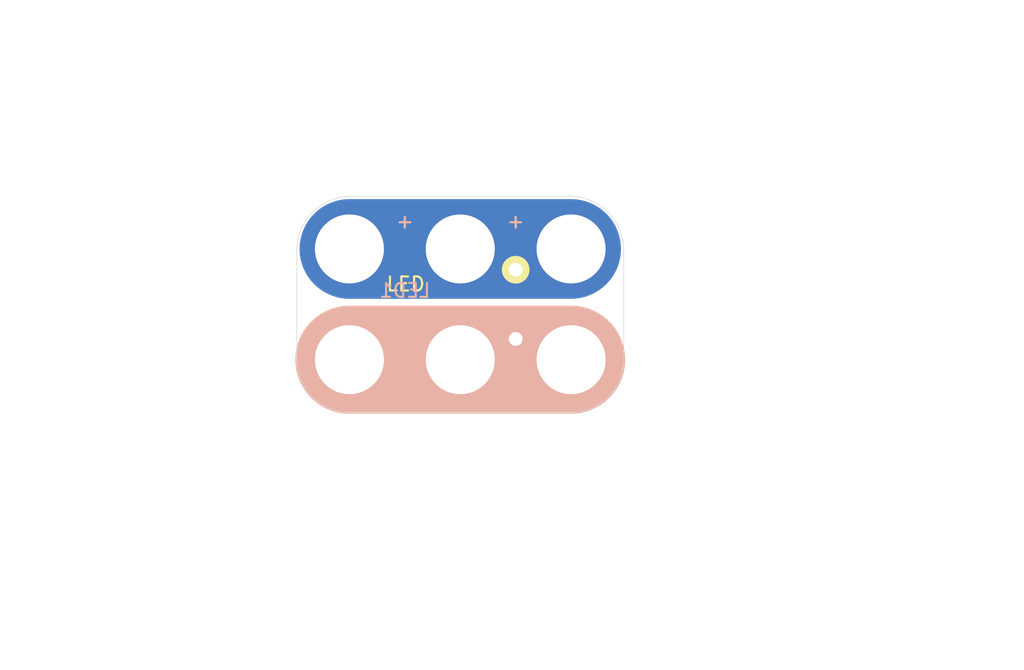
<source format=kicad_pcb>
(kicad_pcb (version 4) (host pcbnew 4.0.5-e0-6337~49~ubuntu16.04.1)

  (general
    (links 6)
    (no_connects 6)
    (area 104.572999 74.854999 178.510001 123.265001)
    (thickness 1.6)
    (drawings 18)
    (tracks 0)
    (zones 0)
    (modules 1)
    (nets 3)
  )

  (page USLetter)
  (title_block
    (title "2x3 Magnet-compatible LED Module")
    (date "19 Dec 2016")
    (rev 1.0)
    (company "CERN Open Hardware License v1.2.")
    (comment 1 help@browndoggadgets.com)
    (comment 2 http://browndoggadgets.com/)
    (comment 3 "Brown Dog Gadgets")
  )

  (layers
    (0 F.Cu signal)
    (31 B.Cu signal)
    (34 B.Paste user)
    (35 F.Paste user)
    (36 B.SilkS user)
    (37 F.SilkS user)
    (38 B.Mask user)
    (39 F.Mask user)
    (40 Dwgs.User user)
    (44 Edge.Cuts user)
    (46 B.CrtYd user)
    (47 F.CrtYd user)
    (48 B.Fab user)
    (49 F.Fab user)
  )

  (setup
    (last_trace_width 0.254)
    (user_trace_width 0.1524)
    (user_trace_width 0.254)
    (user_trace_width 0.3302)
    (user_trace_width 0.508)
    (user_trace_width 0.762)
    (user_trace_width 1.27)
    (trace_clearance 0.254)
    (zone_clearance 0.508)
    (zone_45_only no)
    (trace_min 0.1524)
    (segment_width 0.1524)
    (edge_width 0.1524)
    (via_size 0.6858)
    (via_drill 0.3302)
    (via_min_size 0.6858)
    (via_min_drill 0.3302)
    (user_via 0.6858 0.3302)
    (user_via 0.762 0.4064)
    (user_via 0.8636 0.508)
    (uvia_size 0.6858)
    (uvia_drill 0.3302)
    (uvias_allowed no)
    (uvia_min_size 0)
    (uvia_min_drill 0)
    (pcb_text_width 0.1524)
    (pcb_text_size 1.016 1.016)
    (mod_edge_width 0.1524)
    (mod_text_size 1.016 1.016)
    (mod_text_width 0.1524)
    (pad_size 1.524 1.524)
    (pad_drill 0.762)
    (pad_to_mask_clearance 0.0762)
    (solder_mask_min_width 0.1016)
    (pad_to_paste_clearance -0.0762)
    (aux_axis_origin 0 0)
    (visible_elements FFFEDF7D)
    (pcbplotparams
      (layerselection 0x310fc_80000001)
      (usegerberextensions true)
      (excludeedgelayer true)
      (linewidth 0.100000)
      (plotframeref false)
      (viasonmask false)
      (mode 1)
      (useauxorigin false)
      (hpglpennumber 1)
      (hpglpenspeed 20)
      (hpglpendiameter 15)
      (hpglpenoverlay 2)
      (psnegative false)
      (psa4output false)
      (plotreference true)
      (plotvalue true)
      (plotinvisibletext false)
      (padsonsilk false)
      (subtractmaskfromsilk false)
      (outputformat 1)
      (mirror false)
      (drillshape 0)
      (scaleselection 1)
      (outputdirectory gerbers))
  )

  (net 0 "")
  (net 1 VCC)
  (net 2 GND)

  (net_class Default "This is the default net class."
    (clearance 0.254)
    (trace_width 0.254)
    (via_dia 0.6858)
    (via_drill 0.3302)
    (uvia_dia 0.6858)
    (uvia_drill 0.3302)
    (add_net GND)
    (add_net VCC)
  )

  (module Crazy_Circuits:LED-5MM-TH-2x3 (layer F.Cu) (tedit 58531CB3) (tstamp 5880564F)
    (at 137.796 100.838)
    (descr "10mm LED 5mm pitch through hole center polarized")
    (path /58584EA3)
    (fp_text reference LED1 (at -4 -5 180) (layer B.SilkS)
      (effects (font (size 1 1) (thickness 0.15)) (justify mirror))
    )
    (fp_text value GREEN (at 4 -4) (layer F.Fab) hide
      (effects (font (size 1 1) (thickness 0.15)))
    )
    (fp_circle (center 4 -4) (end 8 1) (layer F.Fab) (width 0.04064))
    (fp_text user %R (at 0 -3.99) (layer F.Fab)
      (effects (font (size 1 1) (thickness 0.15)))
    )
    (fp_line (start 8 -8) (end -8 -8) (layer B.Mask) (width 7.2))
    (fp_line (start -8 0) (end 8 0) (layer F.SilkS) (width 7.8))
    (fp_text user + (at 4 -10) (layer F.SilkS)
      (effects (font (size 1 1) (thickness 0.15)))
    )
    (fp_text user + (at 4 -10) (layer B.SilkS)
      (effects (font (size 1 1) (thickness 0.15)) (justify mirror))
    )
    (fp_text user - (at 4 3) (layer F.SilkS)
      (effects (font (size 1 1) (thickness 0.15)))
    )
    (fp_line (start 8 -8) (end -8 -8) (layer B.Cu) (width 7.2))
    (fp_line (start 8 0) (end -8 0) (layer B.Mask) (width 7.2))
    (fp_line (start 8 0) (end -8 0) (layer B.Cu) (width 7.2))
    (fp_line (start 7.9 -11.8) (end -7.9 -11.8) (layer Edge.Cuts) (width 0.04064))
    (fp_line (start 7.9 3.8) (end -7.9 3.8) (layer Edge.Cuts) (width 0.04064))
    (fp_line (start 11.8 -0.1) (end 11.8 -7.9) (layer Edge.Cuts) (width 0.04064))
    (fp_line (start -11.8 -0.1) (end -11.8 -7.9) (layer Edge.Cuts) (width 0.04064))
    (fp_arc (start 7.9 -7.9) (end 7.9 -11.8) (angle 90) (layer Edge.Cuts) (width 0.04064))
    (fp_arc (start 7.9 -0.1) (end 11.8 -0.1) (angle 90) (layer Edge.Cuts) (width 0.04064))
    (fp_arc (start -7.9 -0.1) (end -7.9 3.8) (angle 90) (layer Edge.Cuts) (width 0.04064))
    (fp_arc (start -7.9 -7.9) (end -11.8 -7.9) (angle 90) (layer Edge.Cuts) (width 0.04064))
    (fp_line (start 7.9 -11.8) (end -7.9 -11.8) (layer F.Fab) (width 0.04064))
    (fp_line (start 7.9 3.8) (end -7.9 3.8) (layer F.Fab) (width 0.04064))
    (fp_line (start 11.8 -0.1) (end 11.8 -7.9) (layer F.Fab) (width 0.04064))
    (fp_line (start -11.8 -0.1) (end -11.8 -7.9) (layer F.Fab) (width 0.04064))
    (fp_arc (start 7.9 -7.9) (end 7.9 -11.8) (angle 90) (layer F.Fab) (width 0.04064))
    (fp_arc (start 7.9 -0.1) (end 11.8 -0.1) (angle 90) (layer F.Fab) (width 0.04064))
    (fp_arc (start -7.9 -0.1) (end -7.9 3.8) (angle 90) (layer F.Fab) (width 0.04064))
    (fp_arc (start -7.9 -7.9) (end -11.8 -7.9) (angle 90) (layer F.Fab) (width 0.04064))
    (fp_line (start -8 0) (end 8 0) (layer B.SilkS) (width 7.8))
    (fp_text user + (at -4 -10) (layer F.SilkS)
      (effects (font (size 1 1) (thickness 0.15)))
    )
    (fp_text user + (at -4 -10) (layer B.SilkS)
      (effects (font (size 1 1) (thickness 0.15)) (justify mirror))
    )
    (fp_text user + (at 4 -10) (layer F.Fab)
      (effects (font (size 1 1) (thickness 0.15)))
    )
    (fp_text user - (at 4 2) (layer F.Fab)
      (effects (font (size 1 1) (thickness 0.15)))
    )
    (pad + thru_hole circle (at 4 -6.5) (size 2 2) (drill 1.00076) (layers *.Cu *.Mask F.SilkS)
      (net 1 VCC))
    (pad - thru_hole circle (at 4 -1.5 270) (size 1.9 1.9) (drill 1.00076) (layers *.Cu *.Mask F.SilkS)
      (net 2 GND))
    (pad - thru_hole circle (at -8 0) (size 6 6) (drill 4.98) (layers *.Cu *.Mask)
      (net 2 GND))
    (pad + thru_hole circle (at -8 -8) (size 6 6) (drill 4.98) (layers *.Cu *.Mask)
      (net 1 VCC))
    (pad + thru_hole circle (at 8 -8) (size 6 6) (drill 4.98) (layers *.Cu *.Mask)
      (net 1 VCC))
    (pad - thru_hole circle (at 8 0) (size 6 6) (drill 4.98) (layers *.Cu *.Mask)
      (net 2 GND))
    (pad + thru_hole circle (at 0 -8) (size 6 6) (drill 4.98) (layers *.Cu *.Mask)
      (net 1 VCC))
    (pad - thru_hole circle (at 0 0) (size 6 6) (drill 4.98) (layers *.Cu *.Mask)
      (net 2 GND))
  )

  (gr_text LED (at 133.858 95.377) (layer F.SilkS)
    (effects (font (size 1.016 1.016) (thickness 0.1524)))
  )
  (gr_circle (center 117.348 76.962) (end 118.618 76.962) (layer Dwgs.User) (width 0.15))
  (gr_line (start 114.427 78.994) (end 114.427 74.93) (angle 90) (layer Dwgs.User) (width 0.15))
  (gr_line (start 120.269 78.994) (end 114.427 78.994) (angle 90) (layer Dwgs.User) (width 0.15))
  (gr_line (start 120.269 74.93) (end 120.269 78.994) (angle 90) (layer Dwgs.User) (width 0.15))
  (gr_line (start 114.427 74.93) (end 120.269 74.93) (angle 90) (layer Dwgs.User) (width 0.15))
  (gr_line (start 120.523 93.98) (end 104.648 93.98) (angle 90) (layer Dwgs.User) (width 0.15))
  (gr_line (start 173.355 102.235) (end 173.355 94.615) (angle 90) (layer Dwgs.User) (width 0.15))
  (gr_line (start 178.435 102.235) (end 173.355 102.235) (angle 90) (layer Dwgs.User) (width 0.15))
  (gr_line (start 178.435 94.615) (end 178.435 102.235) (angle 90) (layer Dwgs.User) (width 0.15))
  (gr_line (start 173.355 94.615) (end 178.435 94.615) (angle 90) (layer Dwgs.User) (width 0.15))
  (gr_line (start 109.093 123.19) (end 109.093 114.3) (angle 90) (layer Dwgs.User) (width 0.15))
  (gr_line (start 122.428 123.19) (end 109.093 123.19) (angle 90) (layer Dwgs.User) (width 0.15))
  (gr_line (start 122.428 114.3) (end 122.428 123.19) (angle 90) (layer Dwgs.User) (width 0.15))
  (gr_line (start 109.093 114.3) (end 122.428 114.3) (angle 90) (layer Dwgs.User) (width 0.15))
  (gr_line (start 104.648 93.98) (end 104.648 82.55) (angle 90) (layer Dwgs.User) (width 0.15))
  (gr_line (start 120.523 82.55) (end 120.523 93.98) (angle 90) (layer Dwgs.User) (width 0.15))
  (gr_line (start 104.648 82.55) (end 120.523 82.55) (angle 90) (layer Dwgs.User) (width 0.15))

)

</source>
